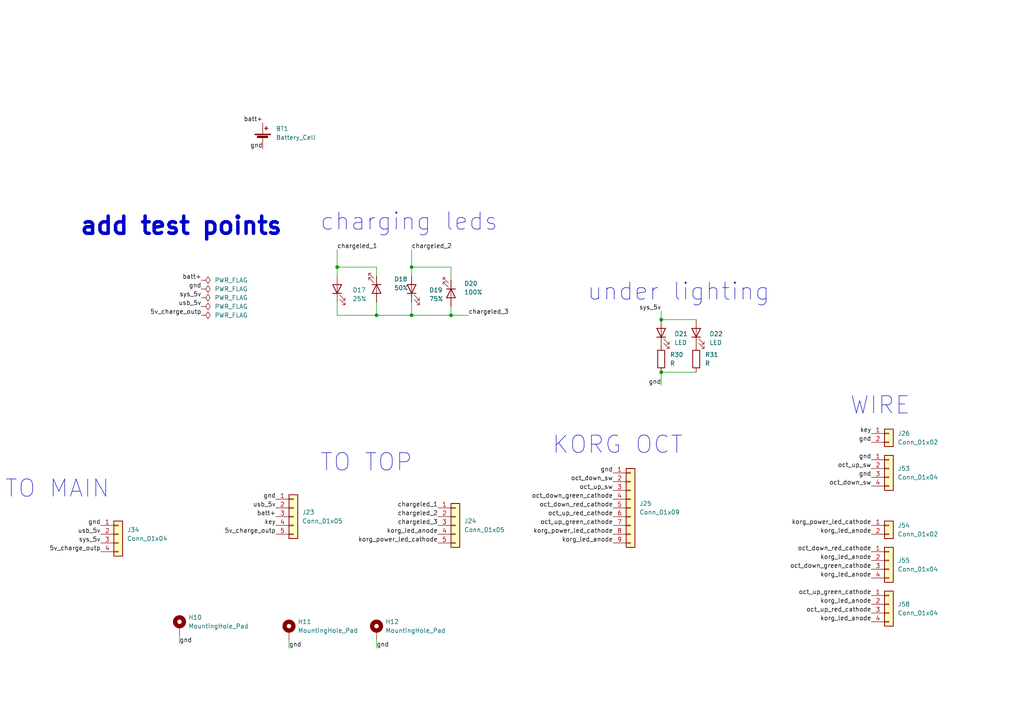
<source format=kicad_sch>
(kicad_sch (version 20211123) (generator eeschema)
  (paper "A4")
  (lib_symbols
    (symbol "Connector_Generic:Conn_01x02" (pin_names (offset 1.016) hide)
      (property "Reference" "J" (at 0 2.54 0))
      (property "Value" "Conn_01x02" (at 0 -5.08 0))
      (symbol "Conn_01x02_1_1"
        (rectangle (start -1.27 -2.413) (end 0 -2.667) (stroke (width 0.1524)))
        (rectangle (start -1.27 0.127) (end 0 -0.127) (stroke (width 0.1524)))
        (rectangle (start -1.27 1.27) (end 1.27 -3.81) (stroke (width 0.254)) (fill (type background)))
        (pin passive line (at -5.08 0 0) (length 3.81) (name "Pin_1") (number "1"))
        (pin passive line (at -5.08 -2.54 0) (length 3.81) (name "Pin_2") (number "2"))
      )
    )
    (symbol "Connector_Generic:Conn_01x04" (pin_names (offset 1.016) hide)
      (property "Reference" "J" (at 0 5.08 0))
      (property "Value" "Conn_01x04" (at 0 -7.62 0))
      (symbol "Conn_01x04_1_1"
        (rectangle (start -1.27 -4.953) (end 0 -5.207) (stroke (width 0.1524)))
        (rectangle (start -1.27 -2.413) (end 0 -2.667) (stroke (width 0.1524)))
        (rectangle (start -1.27 0.127) (end 0 -0.127) (stroke (width 0.1524)))
        (rectangle (start -1.27 2.667) (end 0 2.413) (stroke (width 0.1524)))
        (rectangle (start -1.27 3.81) (end 1.27 -6.35) (stroke (width 0.254)) (fill (type background)))
        (pin passive line (at -5.08 2.54 0) (length 3.81) (name "Pin_1") (number "1"))
        (pin passive line (at -5.08 0 0) (length 3.81) (name "Pin_2") (number "2"))
        (pin passive line (at -5.08 -2.54 0) (length 3.81) (name "Pin_3") (number "3"))
        (pin passive line (at -5.08 -5.08 0) (length 3.81) (name "Pin_4") (number "4"))
      )
    )
    (symbol "Connector_Generic:Conn_01x05" (pin_names (offset 1.016) hide)
      (property "Reference" "J" (at 0 7.62 0))
      (property "Value" "Conn_01x05" (at 0 -7.62 0))
      (symbol "Conn_01x05_1_1"
        (rectangle (start -1.27 -4.953) (end 0 -5.207) (stroke (width 0.1524)))
        (rectangle (start -1.27 -2.413) (end 0 -2.667) (stroke (width 0.1524)))
        (rectangle (start -1.27 0.127) (end 0 -0.127) (stroke (width 0.1524)))
        (rectangle (start -1.27 2.667) (end 0 2.413) (stroke (width 0.1524)))
        (rectangle (start -1.27 5.207) (end 0 4.953) (stroke (width 0.1524)))
        (rectangle (start -1.27 6.35) (end 1.27 -6.35) (stroke (width 0.254)) (fill (type background)))
        (pin passive line (at -5.08 5.08 0) (length 3.81) (name "Pin_1") (number "1"))
        (pin passive line (at -5.08 2.54 0) (length 3.81) (name "Pin_2") (number "2"))
        (pin passive line (at -5.08 0 0) (length 3.81) (name "Pin_3") (number "3"))
        (pin passive line (at -5.08 -2.54 0) (length 3.81) (name "Pin_4") (number "4"))
        (pin passive line (at -5.08 -5.08 0) (length 3.81) (name "Pin_5") (number "5"))
      )
    )
    (symbol "Connector_Generic:Conn_01x09" (pin_names (offset 1.016) hide)
      (property "Reference" "J" (at 0 12.7 0))
      (property "Value" "Conn_01x09" (at 0 -12.7 0))
      (symbol "Conn_01x09_1_1"
        (rectangle (start -1.27 -10.033) (end 0 -10.287) (stroke (width 0.1524)))
        (rectangle (start -1.27 -7.493) (end 0 -7.747) (stroke (width 0.1524)))
        (rectangle (start -1.27 -4.953) (end 0 -5.207) (stroke (width 0.1524)))
        (rectangle (start -1.27 -2.413) (end 0 -2.667) (stroke (width 0.1524)))
        (rectangle (start -1.27 0.127) (end 0 -0.127) (stroke (width 0.1524)))
        (rectangle (start -1.27 2.667) (end 0 2.413) (stroke (width 0.1524)))
        (rectangle (start -1.27 5.207) (end 0 4.953) (stroke (width 0.1524)))
        (rectangle (start -1.27 7.747) (end 0 7.493) (stroke (width 0.1524)))
        (rectangle (start -1.27 10.287) (end 0 10.033) (stroke (width 0.1524)))
        (rectangle (start -1.27 11.43) (end 1.27 -11.43) (stroke (width 0.254)) (fill (type background)))
        (pin passive line (at -5.08 10.16 0) (length 3.81) (name "Pin_1") (number "1"))
        (pin passive line (at -5.08 7.62 0) (length 3.81) (name "Pin_2") (number "2"))
        (pin passive line (at -5.08 5.08 0) (length 3.81) (name "Pin_3") (number "3"))
        (pin passive line (at -5.08 2.54 0) (length 3.81) (name "Pin_4") (number "4"))
        (pin passive line (at -5.08 0 0) (length 3.81) (name "Pin_5") (number "5"))
        (pin passive line (at -5.08 -2.54 0) (length 3.81) (name "Pin_6") (number "6"))
        (pin passive line (at -5.08 -5.08 0) (length 3.81) (name "Pin_7") (number "7"))
        (pin passive line (at -5.08 -7.62 0) (length 3.81) (name "Pin_8") (number "8"))
        (pin passive line (at -5.08 -10.16 0) (length 3.81) (name "Pin_9") (number "9"))
      )
    )
    (symbol "Device:Battery_Cell" (pin_numbers hide) (pin_names (offset 0) hide)
      (property "Reference" "BT" (at 2.54 2.54 0))
      (property "Value" "Battery_Cell" (at 2.54 0 0))
      (symbol "Battery_Cell_0_1"
        (rectangle (start -2.286 1.778) (end 2.286 1.524) (fill (type outline)))
        (rectangle (start -1.5748 1.1938) (end 1.4732 0.6858) (fill (type outline)))
        (polyline (pts (xy 0 0.762) (xy 0 0)))
        (polyline (pts (xy 0 1.778) (xy 0 2.54)))
        (polyline (pts (xy 0.508 3.429) (xy 1.524 3.429)) (stroke (width 0.254)))
        (polyline (pts (xy 1.016 3.937) (xy 1.016 2.921)) (stroke (width 0.254)))
      )
      (symbol "Battery_Cell_1_1"
        (pin passive line (at 0 5.08 270) (length 2.54) (name "+") (number "1"))
        (pin passive line (at 0 -2.54 90) (length 2.54) (name "-") (number "2"))
      )
    )
    (symbol "Device:LED" (pin_numbers hide) (pin_names (offset 1.016) hide)
      (property "Reference" "D" (at 0 2.54 0))
      (property "Value" "LED" (at 0 -2.54 0))
      (symbol "LED_0_1"
        (polyline (pts (xy -1.27 -1.27) (xy -1.27 1.27)) (stroke (width 0.254)))
        (polyline (pts (xy -1.27 0) (xy 1.27 0)))
        (polyline (pts (xy 1.27 -1.27) (xy 1.27 1.27) (xy -1.27 0) (xy 1.27 -1.27)) (stroke (width 0.254)))
        (polyline (pts (xy -3.048 -0.762) (xy -4.572 -2.286) (xy -3.81 -2.286) (xy -4.572 -2.286) (xy -4.572 -1.524)))
        (polyline (pts (xy -1.778 -0.762) (xy -3.302 -2.286) (xy -2.54 -2.286) (xy -3.302 -2.286) (xy -3.302 -1.524)))
      )
      (symbol "LED_1_1"
        (pin passive line (at -3.81 0 0) (length 2.54) (name "K") (number "1"))
        (pin passive line (at 3.81 0 180) (length 2.54) (name "A") (number "2"))
      )
    )
    (symbol "Device:R" (pin_numbers hide) (pin_names (offset 0))
      (property "Reference" "R" (at 2.032 0 90))
      (property "Value" "R" (at 0 0 90))
      (symbol "R_0_1"
        (rectangle (start -1.016 -2.54) (end 1.016 2.54) (stroke (width 0.254)))
      )
      (symbol "R_1_1"
        (pin passive line (at 0 3.81 270) (length 1.27) (name "~") (number "1"))
        (pin passive line (at 0 -3.81 90) (length 1.27) (name "~") (number "2"))
      )
    )
    (symbol "Mechanical:MountingHole_Pad" (pin_numbers hide) (pin_names (offset 1.016) hide)
      (property "Reference" "H" (at 0 6.35 0))
      (property "Value" "MountingHole_Pad" (at 0 4.445 0))
      (symbol "MountingHole_Pad_0_1"
        (circle (center 0 1.27) (radius 1.27) (stroke (width 1.27)))
      )
      (symbol "MountingHole_Pad_1_1"
        (pin input line (at 0 -2.54 90) (length 2.54) (name "1") (number "1"))
      )
    )
    (symbol "power:PWR_FLAG" (power) (pin_numbers hide) (pin_names (offset 0) hide)
      (property "Value" "PWR_FLAG" (at 0 3.81 0))
      (symbol "PWR_FLAG_0_0"
        (pin power_out line (at 0 0 90) (length 0) (name "pwr") (number "1"))
      )
      (symbol "PWR_FLAG_0_1"
        (polyline (pts (xy 0 0) (xy 0 1.27) (xy -1.016 1.905) (xy 0 2.54) (xy 1.016 1.905) (xy 0 1.27)))
      )
    )
  )
  (junction (at 191.77 107.95))
  (junction (at 119.38 77.47))
  (junction (at 109.22 91.44))
  (junction (at 97.79 77.47))
  (junction (at 191.77 92.71))
  (junction (at 130.81 91.44))
  (junction (at 119.38 91.44))
  (wire (pts (xy 191.77 90.17) (xy 191.77 92.71)))
  (wire (pts (xy 97.79 87.63) (xy 97.79 91.44)))
  (wire (pts (xy 119.38 91.44) (xy 130.81 91.44)))
  (wire (pts (xy 191.77 92.71) (xy 201.93 92.71)))
  (wire (pts (xy 191.77 107.95) (xy 201.93 107.95)))
  (wire (pts (xy 109.22 91.44) (xy 119.38 91.44)))
  (wire (pts (xy 109.22 187.96) (xy 109.22 185.42)))
  (wire (pts (xy 119.38 87.63) (xy 119.38 91.44)))
  (wire (pts (xy 109.22 77.47) (xy 97.79 77.47)))
  (wire (pts (xy 109.22 80.01) (xy 109.22 77.47)))
  (wire (pts (xy 119.38 72.39) (xy 119.38 77.47)))
  (wire (pts (xy 97.79 91.44) (xy 109.22 91.44)))
  (wire (pts (xy 130.81 88.9) (xy 130.81 91.44)))
  (wire (pts (xy 130.81 81.28) (xy 130.81 77.47)))
  (wire (pts (xy 191.77 111.76) (xy 191.77 107.95)))
  (wire (pts (xy 119.38 77.47) (xy 130.81 77.47)))
  (wire (pts (xy 97.79 77.47) (xy 97.79 72.39)))
  (wire (pts (xy 52.07 186.69) (xy 52.07 184.15)))
  (wire (pts (xy 130.81 91.44) (xy 135.89 91.44)))
  (wire (pts (xy 119.38 77.47) (xy 119.38 80.01)))
  (wire (pts (xy 83.82 187.96) (xy 83.82 185.42)))
  (wire (pts (xy 97.79 80.01) (xy 97.79 77.47)))
  (wire (pts (xy 109.22 87.63) (xy 109.22 91.44)))
  (text "under lighting" (at 170.18 87.63 0) (effects (font (size 5 5)) (justify left bottom)))
  (text "add test points" (at 22.86 68.58 0) (effects (font (size 5 5) (thickness 1) bold) (justify left bottom)))
  (text "TO MAIN" (at 1.27 144.78 0) (effects (font (size 5 5)) (justify left bottom)))
  (text "charging leds" (at 92.71 67.31 0) (effects (font (size 5 5)) (justify left bottom)))
  (text "WIRE" (at 246.38 120.65 0) (effects (font (size 5 5)) (justify left bottom)))
  (text "TO TOP" (at 92.71 137.16 0) (effects (font (size 5 5)) (justify left bottom)))
  (text "KORG OCT" (at 160.02 132.08 0) (effects (font (size 5 5)) (justify left bottom)))
  (label "sys_5v" (at 58.42 86.36 180))
  (label "korg_led_anode" (at 252.73 167.64 180))
  (label "oct_up_green_cathode" (at 252.73 172.72 180))
  (label "batt+" (at 76.2 35.56 180))
  (label "gnd" (at 252.73 133.35 180))
  (label "gnd" (at 109.22 187.96 0))
  (label "oct_down_sw" (at 177.8 139.7 180))
  (label "oct_up_sw" (at 177.8 142.24 180))
  (label "korg_led_anode" (at 127 154.94 180))
  (label "oct_down_sw" (at 252.73 140.97 180))
  (label "korg_power_led_cathode" (at 252.73 152.4 180))
  (label "korg_power_led_cathode" (at 127 157.48 180))
  (label "chargeled_2" (at 127 149.86 180))
  (label "chargeled_1" (at 127 147.32 180))
  (label "oct_up_green_cathode" (at 177.8 152.4 180))
  (label "korg_led_anode" (at 252.73 154.94 180))
  (label "sys_5v" (at 191.77 90.17 180))
  (label "oct_down_red_cathode" (at 252.73 160.02 180))
  (label "gnd" (at 252.73 128.27 180))
  (label "gnd" (at 191.77 111.76 180))
  (label "5v_charge_outp" (at 58.42 91.44 180))
  (label "5v_charge_outp" (at 29.21 160.02 180))
  (label "usb_5v" (at 29.21 154.94 180))
  (label "chargeled_3" (at 135.89 91.44 0))
  (label "oct_up_sw" (at 252.73 135.89 180))
  (label "gnd" (at 177.8 137.16 180))
  (label "usb_5v" (at 80.01 147.32 180))
  (label "chargeled_2" (at 119.38 72.39 0))
  (label "chargeled_1" (at 97.79 72.39 0))
  (label "oct_down_red_cathode" (at 177.8 147.32 180))
  (label "oct_down_green_cathode" (at 177.8 144.78 180))
  (label "gnd" (at 252.73 138.43 180))
  (label "oct_down_green_cathode" (at 252.73 165.1 180))
  (label "korg_led_anode" (at 177.8 157.48 180))
  (label "chargeled_3" (at 127 152.4 180))
  (label "gnd" (at 29.21 152.4 180))
  (label "key" (at 252.73 125.73 180))
  (label "korg_led_anode" (at 252.73 162.56 180))
  (label "gnd" (at 76.2 43.18 180))
  (label "key" (at 80.01 152.4 180))
  (label "oct_up_red_cathode" (at 252.73 177.8 180))
  (label "batt+" (at 80.01 149.86 180))
  (label "korg_led_anode" (at 252.73 180.34 180))
  (label "sys_5v" (at 29.21 157.48 180))
  (label "batt+" (at 58.42 81.28 180))
  (label "korg_led_anode" (at 252.73 175.26 180))
  (label "usb_5v" (at 58.42 88.9 180))
  (label "oct_up_red_cathode" (at 177.8 149.86 180))
  (label "korg_power_led_cathode" (at 177.8 154.94 180))
  (label "gnd" (at 80.01 144.78 180))
  (label "5v_charge_outp" (at 80.01 154.94 180))
  (label "gnd" (at 83.82 187.96 0))
  (label "gnd" (at 52.07 186.69 0))
  (label "gnd" (at 58.42 83.82 180))
  (symbol (lib_id "Connector_Generic:Conn_01x05") (at 132.08 152.4 0) (unit 1)
    (property "Reference" "J24" (at 134.62 151.1299 0) (effects (justify left)))
    (property "Value" "Conn_01x05" (at 134.62 153.6699 0) (effects (justify left)))
    (property "Footprint" "Connector_PinSocket_2.54mm:PinSocket_1x05_P2.54mm_Vertical" (effects hide))
  )
  (symbol (lib_id "Connector_Generic:Conn_01x04") (at 257.81 162.56 0) (unit 1)
    (property "Reference" "J55" (at 260.35 162.5599 0) (effects (justify left)))
    (property "Value" "Conn_01x04" (at 260.35 165.0999 0) (effects (justify left)))
    (property "Footprint" "Connector_JST:JST_PH_B4B-PH-K_1x04_P2.00mm_Vertical" (effects hide))
  )
  (symbol (lib_id "Connector_Generic:Conn_01x02") (at 257.81 125.73 0) (unit 1)
    (property "Reference" "J26" (at 260.35 125.7299 0) (effects (justify left)))
    (property "Value" "Conn_01x02" (at 260.35 128.2699 0) (effects (justify left)))
    (property "Footprint" "Connector_JST:JST_PH_B2B-PH-K_1x02_P2.00mm_Vertical" (effects hide))
  )
  (symbol (lib_id "Connector_Generic:Conn_01x05") (at 85.09 149.86 0) (unit 1)
    (property "Reference" "J23" (at 87.63 148.5899 0) (effects (justify left)))
    (property "Value" "Conn_01x05" (at 87.63 151.1299 0) (effects (justify left)))
    (property "Footprint" "Connector_PinSocket_2.54mm:PinSocket_1x05_P2.54mm_Vertical" (effects hide))
  )
  (symbol (lib_id "power:PWR_FLAG") (at 58.42 91.44 270) (unit 1)
    (property "Reference" "#FLG06" (effects hide))
    (property "Value" "PWR_FLAG" (at 62.23 91.4399 90) (effects (justify left)))
  )
  (symbol (lib_id "Connector_Generic:Conn_01x04") (at 34.29 154.94 0) (unit 1)
    (property "Reference" "J34" (at 36.83 153.6699 0) (effects (justify left)))
    (property "Value" "Conn_01x04" (at 36.83 156.2099 0) (effects (justify left)))
    (property "Footprint" "Connector_JST:JST_PH_B4B-PH-K_1x04_P2.00mm_Vertical" (effects hide))
  )
  (symbol (lib_id "Device:R") (at 201.93 104.14 0) (unit 1) (in_bom no)
    (property "Reference" "R31" (at 204.47 102.8699 0) (effects (justify left)))
    (property "Value" "R" (at 204.47 105.4099 0) (effects (justify left)))
    (property "Footprint" "Resistor_THT:R_Axial_Power_L25.0mm_W9.0mm_P27.94mm" (effects hide))
  )
  (symbol (lib_id "Device:LED") (at 191.77 96.52 90) (unit 1)
    (property "Reference" "D21" (at 195.58 96.8374 90) (effects (justify right)))
    (property "Value" "LED" (at 195.58 99.3774 90) (effects (justify right)))
    (property "Footprint" "clarinoid2:LED_D5.0mm_withbottomtext" (effects hide))
  )
  (symbol (lib_id "Connector_Generic:Conn_01x02") (at 257.81 152.4 0) (unit 1)
    (property "Reference" "J54" (at 260.35 152.3999 0) (effects (justify left)))
    (property "Value" "Conn_01x02" (at 260.35 154.9399 0) (effects (justify left)))
    (property "Footprint" "Connector_JST:JST_PH_B2B-PH-K_1x02_P2.00mm_Vertical" (effects hide))
  )
  (symbol (lib_id "Connector_Generic:Conn_01x09") (at 182.88 147.32 0) (unit 1) (in_bom no)
    (property "Reference" "J25" (at 185.42 146.0499 0) (effects (justify left)))
    (property "Value" "Conn_01x09" (at 185.42 148.5899 0) (effects (justify left)))
    (property "Footprint" "Connector_JST:JST_PH_B9B-PH-K_1x09_P2.00mm_Vertical" (effects hide))
  )
  (symbol (lib_id "Device:R") (at 191.77 104.14 0) (unit 1) (in_bom no)
    (property "Reference" "R30" (at 194.31 102.8699 0) (effects (justify left)))
    (property "Value" "R" (at 194.31 105.4099 0) (effects (justify left)))
    (property "Footprint" "Resistor_THT:R_Axial_Power_L25.0mm_W9.0mm_P27.94mm" (effects hide))
  )
  (symbol (lib_id "Mechanical:MountingHole_Pad") (at 83.82 182.88 0) (unit 1) (in_bom no)
    (property "Reference" "H11" (at 86.36 180.3399 0) (effects (justify left)))
    (property "Value" "MountingHole_Pad" (at 86.36 182.8799 0) (effects (justify left)))
    (property "Footprint" "MountingHole:MountingHole_3.2mm_M3_Pad_Via" (effects hide))
  )
  (symbol (lib_id "Connector_Generic:Conn_01x04") (at 257.81 175.26 0) (unit 1)
    (property "Reference" "J58" (at 260.35 175.2599 0) (effects (justify left)))
    (property "Value" "Conn_01x04" (at 260.35 177.7999 0) (effects (justify left)))
    (property "Footprint" "Connector_JST:JST_PH_B4B-PH-K_1x04_P2.00mm_Vertical" (effects hide))
  )
  (symbol (lib_id "power:PWR_FLAG") (at 58.42 86.36 270) (unit 1)
    (property "Reference" "#FLG04" (effects hide))
    (property "Value" "PWR_FLAG" (at 62.23 86.3599 90) (effects (justify left)))
  )
  (symbol (lib_id "Device:LED") (at 119.38 83.82 90) (unit 1)
    (property "Reference" "D19" (at 124.46 84.1374 90) (effects (justify right)))
    (property "Value" "75%" (at 124.46 86.6774 90) (effects (justify right)))
    (property "Footprint" "LED_SMD:LED_0805_2012Metric" (effects hide))
    (property "LCSC part number" "C264424" (effects hide))
    (property "verif" "1" (effects hide))
    (property "LCSC" "C264424" (effects hide))
  )
  (symbol (lib_id "power:PWR_FLAG") (at 58.42 81.28 270) (unit 1)
    (property "Reference" "#FLG02" (effects hide))
    (property "Value" "PWR_FLAG" (at 62.23 81.2799 90) (effects (justify left)))
  )
  (symbol (lib_id "Device:LED") (at 130.81 85.09 270) (unit 1)
    (property "Reference" "D20" (at 134.62 82.2324 90) (effects (justify left)))
    (property "Value" "100%" (at 134.62 84.7724 90) (effects (justify left)))
    (property "Footprint" "LED_SMD:LED_0805_2012Metric" (effects hide))
    (property "LCSC part number" "C264424" (effects hide))
    (property "verif" "1" (effects hide))
    (property "LCSC" "C264424" (effects hide))
  )
  (symbol (lib_id "Device:Battery_Cell") (at 76.2 40.64 0) (unit 1) (in_bom no)
    (property "Reference" "BT1" (at 80.01 37.3379 0) (effects (justify left)))
    (property "Value" "Battery_Cell" (at 80.01 39.8779 0) (effects (justify left)))
    (property "Footprint" "Battery:BatteryHolder_Keystone_1042_1x18650" (effects hide))
  )
  (symbol (lib_id "power:PWR_FLAG") (at 58.42 88.9 270) (unit 1)
    (property "Reference" "#FLG05" (effects hide))
    (property "Value" "PWR_FLAG" (at 62.23 88.8999 90) (effects (justify left)))
  )
  (symbol (lib_id "Device:LED") (at 201.93 96.52 90) (unit 1)
    (property "Reference" "D22" (at 205.74 96.8374 90) (effects (justify right)))
    (property "Value" "LED" (at 205.74 99.3774 90) (effects (justify right)))
    (property "Footprint" "clarinoid2:LED_D5.0mm_withbottomtext" (effects hide))
  )
  (symbol (lib_id "Mechanical:MountingHole_Pad") (at 109.22 182.88 0) (unit 1) (in_bom no)
    (property "Reference" "H12" (at 111.76 180.3399 0) (effects (justify left)))
    (property "Value" "MountingHole_Pad" (at 111.76 182.8799 0) (effects (justify left)))
    (property "Footprint" "MountingHole:MountingHole_3.2mm_M3_Pad_Via" (effects hide))
  )
  (symbol (lib_id "Connector_Generic:Conn_01x04") (at 257.81 135.89 0) (unit 1)
    (property "Reference" "J53" (at 260.35 135.8899 0) (effects (justify left)))
    (property "Value" "Conn_01x04" (at 260.35 138.4299 0) (effects (justify left)))
    (property "Footprint" "Connector_JST:JST_PH_B4B-PH-K_1x04_P2.00mm_Vertical" (effects hide))
  )
  (symbol (lib_id "Mechanical:MountingHole_Pad") (at 52.07 181.61 0) (unit 1) (in_bom no)
    (property "Reference" "H10" (at 54.61 179.0699 0) (effects (justify left)))
    (property "Value" "MountingHole_Pad" (at 54.61 181.6099 0) (effects (justify left)))
    (property "Footprint" "MountingHole:MountingHole_3.2mm_M3_Pad_Via" (effects hide))
  )
  (symbol (lib_id "power:PWR_FLAG") (at 58.42 83.82 270) (unit 1)
    (property "Reference" "#FLG03" (effects hide))
    (property "Value" "PWR_FLAG" (at 62.23 83.8199 90) (effects (justify left)))
  )
  (symbol (lib_id "Device:LED") (at 97.79 83.82 90) (unit 1)
    (property "Reference" "D17" (at 102.235 84.1374 90) (effects (justify right)))
    (property "Value" "25%" (at 102.235 86.6774 90) (effects (justify right)))
    (property "Footprint" "LED_SMD:LED_0805_2012Metric" (effects hide))
    (property "LCSC part number" "C264424" (effects hide))
    (property "verif" "1" (effects hide))
    (property "LCSC" "C264424" (effects hide))
  )
  (symbol (lib_id "Device:LED") (at 109.22 83.82 270) (unit 1)
    (property "Reference" "D18" (at 114.3 80.9624 90) (effects (justify left)))
    (property "Value" "50%" (at 114.3 83.5024 90) (effects (justify left)))
    (property "Footprint" "LED_SMD:LED_0805_2012Metric" (effects hide))
    (property "LCSC part number" "C264424" (effects hide))
    (property "verif" "1" (effects hide))
    (property "LCSC" "C264424" (effects hide))
  )
)
</source>
